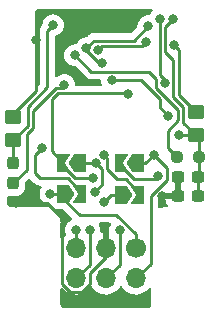
<source format=gbr>
%TF.GenerationSoftware,KiCad,Pcbnew,(6.0.0)*%
%TF.CreationDate,2022-06-09T20:52:26+02:00*%
%TF.ProjectId,TPS42-LCD-Shield,54505334-322d-44c4-9344-2d536869656c,rev?*%
%TF.SameCoordinates,Original*%
%TF.FileFunction,Copper,L1,Top*%
%TF.FilePolarity,Positive*%
%FSLAX46Y46*%
G04 Gerber Fmt 4.6, Leading zero omitted, Abs format (unit mm)*
G04 Created by KiCad (PCBNEW (6.0.0)) date 2022-06-09 20:52:26*
%MOMM*%
%LPD*%
G01*
G04 APERTURE LIST*
G04 Aperture macros list*
%AMRoundRect*
0 Rectangle with rounded corners*
0 $1 Rounding radius*
0 $2 $3 $4 $5 $6 $7 $8 $9 X,Y pos of 4 corners*
0 Add a 4 corners polygon primitive as box body*
4,1,4,$2,$3,$4,$5,$6,$7,$8,$9,$2,$3,0*
0 Add four circle primitives for the rounded corners*
1,1,$1+$1,$2,$3*
1,1,$1+$1,$4,$5*
1,1,$1+$1,$6,$7*
1,1,$1+$1,$8,$9*
0 Add four rect primitives between the rounded corners*
20,1,$1+$1,$2,$3,$4,$5,0*
20,1,$1+$1,$4,$5,$6,$7,0*
20,1,$1+$1,$6,$7,$8,$9,0*
20,1,$1+$1,$8,$9,$2,$3,0*%
%AMFreePoly0*
4,1,6,1.000000,0.000000,0.500000,-0.750000,-0.500000,-0.750000,-0.500000,0.750000,0.500000,0.750000,1.000000,0.000000,1.000000,0.000000,$1*%
%AMFreePoly1*
4,1,6,0.500000,-0.750000,-0.650000,-0.750000,-0.150000,0.000000,-0.650000,0.750000,0.500000,0.750000,0.500000,-0.750000,0.500000,-0.750000,$1*%
G04 Aperture macros list end*
%TA.AperFunction,SMDPad,CuDef*%
%ADD10FreePoly0,180.000000*%
%TD*%
%TA.AperFunction,SMDPad,CuDef*%
%ADD11FreePoly1,180.000000*%
%TD*%
%TA.AperFunction,SMDPad,CuDef*%
%ADD12RoundRect,0.237500X0.250000X0.237500X-0.250000X0.237500X-0.250000X-0.237500X0.250000X-0.237500X0*%
%TD*%
%TA.AperFunction,SMDPad,CuDef*%
%ADD13RoundRect,0.237500X0.300000X0.237500X-0.300000X0.237500X-0.300000X-0.237500X0.300000X-0.237500X0*%
%TD*%
%TA.AperFunction,SMDPad,CuDef*%
%ADD14RoundRect,0.237500X0.237500X-0.300000X0.237500X0.300000X-0.237500X0.300000X-0.237500X-0.300000X0*%
%TD*%
%TA.AperFunction,ComponentPad*%
%ADD15C,1.700000*%
%TD*%
%TA.AperFunction,ComponentPad*%
%ADD16O,1.700000X1.700000*%
%TD*%
%TA.AperFunction,SMDPad,CuDef*%
%ADD17FreePoly0,0.000000*%
%TD*%
%TA.AperFunction,SMDPad,CuDef*%
%ADD18FreePoly1,0.000000*%
%TD*%
%TA.AperFunction,SMDPad,CuDef*%
%ADD19RoundRect,0.250000X0.450000X-0.350000X0.450000X0.350000X-0.450000X0.350000X-0.450000X-0.350000X0*%
%TD*%
%TA.AperFunction,SMDPad,CuDef*%
%ADD20RoundRect,0.250000X-0.450000X0.350000X-0.450000X-0.350000X0.450000X-0.350000X0.450000X0.350000X0*%
%TD*%
%TA.AperFunction,ViaPad*%
%ADD21C,0.800000*%
%TD*%
%TA.AperFunction,Conductor*%
%ADD22C,0.250000*%
%TD*%
G04 APERTURE END LIST*
D10*
%TO.P,JP3,1,A*%
%TO.N,Net-(J8-Pad3)*%
X93608940Y-49040000D03*
D11*
%TO.P,JP3,2,B*%
%TO.N,/L_CLK*%
X92158940Y-49040000D03*
%TD*%
D12*
%TO.P,R1,1*%
%TO.N,+3V3*%
X103632500Y-48560000D03*
%TO.P,R1,2*%
%TO.N,/L_EXTMODE*%
X101807500Y-48560000D03*
%TD*%
D13*
%TO.P,C1,1*%
%TO.N,+3V3*%
X103592500Y-51840000D03*
%TO.P,C1,2*%
%TO.N,GND*%
X101867500Y-51840000D03*
%TD*%
D14*
%TO.P,C2,1*%
%TO.N,VDDA*%
X87940000Y-50772500D03*
%TO.P,C2,2*%
%TO.N,GNDA*%
X87940000Y-49047500D03*
%TD*%
D15*
%TO.P,J8,1,Pin_1*%
%TO.N,Net-(J8-Pad1)*%
X98315000Y-56285000D03*
D16*
%TO.P,J8,2,Pin_2*%
%TO.N,GND*%
X95775000Y-56285000D03*
%TO.P,J8,3,Pin_3*%
%TO.N,Net-(J8-Pad3)*%
X93235000Y-56285000D03*
%TO.P,J8,4,Pin_4*%
%TO.N,Net-(J8-Pad4)*%
X98315000Y-58825000D03*
%TO.P,J8,5,Pin_5*%
%TO.N,+3V3*%
X95775000Y-58825000D03*
%TO.P,J8,6,Pin_6*%
%TO.N,Net-(J8-Pad6)*%
X93235000Y-58825000D03*
%TD*%
D13*
%TO.P,C3,1*%
%TO.N,+3V3*%
X103592500Y-50200000D03*
%TO.P,C3,2*%
%TO.N,GND*%
X101867500Y-50200000D03*
%TD*%
D17*
%TO.P,JP4,1,A*%
%TO.N,Net-(J8-Pad1)*%
X92168940Y-51660000D03*
D18*
%TO.P,JP4,2,B*%
%TO.N,/L_DAT*%
X93618940Y-51660000D03*
%TD*%
D10*
%TO.P,JP2,1,A*%
%TO.N,Net-(J8-Pad4)*%
X98525000Y-49040000D03*
D11*
%TO.P,JP2,2,B*%
%TO.N,/L_EIN*%
X97075000Y-49040000D03*
%TD*%
D17*
%TO.P,JP1,1,A*%
%TO.N,Net-(J8-Pad6)*%
X97085000Y-51730000D03*
D18*
%TO.P,JP1,2,B*%
%TO.N,/L_CS*%
X98535000Y-51730000D03*
%TD*%
D19*
%TO.P,FB2,1*%
%TO.N,GNDA*%
X87940000Y-47120000D03*
%TO.P,FB2,2*%
%TO.N,GND*%
X87940000Y-45120000D03*
%TD*%
D20*
%TO.P,FB1,1*%
%TO.N,VDDA*%
X103400000Y-44710000D03*
%TO.P,FB1,2*%
%TO.N,+3V3*%
X103400000Y-46710000D03*
%TD*%
D21*
%TO.N,/L_DAT*%
X90334500Y-47810000D03*
%TO.N,/L_CS*%
X100350000Y-36870000D03*
X95663778Y-48350688D03*
X100765980Y-42269502D03*
%TO.N,/L_EIN*%
X101074500Y-45080000D03*
X96275500Y-42050000D03*
X100215500Y-50160000D03*
%TO.N,VDDA*%
X101534020Y-39091357D03*
X99180000Y-38780000D03*
X95130000Y-39490000D03*
X92260000Y-42435500D03*
%TO.N,+3V3*%
X101450000Y-36880000D03*
X96949511Y-54749511D03*
X94130000Y-39320000D03*
X95420000Y-40585500D03*
X101950000Y-46710000D03*
X99368201Y-37444496D03*
%TO.N,/L_EXTMODE*%
X93160000Y-39920000D03*
%TO.N,GND*%
X89880000Y-38660000D03*
X92250000Y-38510000D03*
X88180000Y-52470000D03*
X93780000Y-42100000D03*
X100560000Y-51870000D03*
%TO.N,GNDA*%
X91310000Y-37370000D03*
%TO.N,/L_CLK*%
X94723940Y-50340000D03*
X97679320Y-43181843D03*
%TO.N,Net-(J8-Pad1)*%
X91080000Y-51660000D03*
%TO.N,Net-(J8-Pad3)*%
X93240000Y-54720000D03*
X94940000Y-49040000D03*
X94841769Y-51461769D03*
%TO.N,Net-(J8-Pad4)*%
X99815500Y-48350000D03*
%TO.N,Net-(J8-Pad6)*%
X95595000Y-52375000D03*
X94400000Y-54750000D03*
%TD*%
D22*
%TO.N,VDDA*%
X101940011Y-41783202D02*
X101940011Y-43250011D01*
X101939520Y-41782710D02*
X101940011Y-41783202D01*
X101939520Y-39496857D02*
X101939520Y-41782710D01*
X101940011Y-43250011D02*
X103400000Y-44710000D01*
X101534020Y-39091357D02*
X101939520Y-39496857D01*
%TO.N,+3V3*%
X102350000Y-45660000D02*
X103400000Y-46710000D01*
X102350000Y-44300000D02*
X102350000Y-45660000D01*
X101490000Y-43440000D02*
X102350000Y-44300000D01*
X101490000Y-42570096D02*
X101490000Y-43440000D01*
X101490491Y-41969399D02*
X101490491Y-42569605D01*
X101490000Y-41968908D02*
X101490491Y-41969399D01*
X101490491Y-42569605D02*
X101490000Y-42570096D01*
X101490000Y-40364614D02*
X101490000Y-41968908D01*
X100809520Y-39684134D02*
X101490000Y-40364614D01*
X100809520Y-37520480D02*
X100809520Y-39684134D01*
X101450000Y-36880000D02*
X100809520Y-37520480D01*
%TO.N,/L_CS*%
X100360000Y-36880000D02*
X100350000Y-36870000D01*
X100360000Y-41604282D02*
X100360000Y-36880000D01*
X100765980Y-42010262D02*
X100360000Y-41604282D01*
X100765980Y-42269502D02*
X100765980Y-42010262D01*
%TO.N,GND*%
X87940000Y-44894282D02*
X87940000Y-45120000D01*
X89870000Y-42964282D02*
X87940000Y-44894282D01*
X89870000Y-38670000D02*
X89870000Y-42964282D01*
X89880000Y-38660000D02*
X89870000Y-38670000D01*
%TO.N,GNDA*%
X89150000Y-45910000D02*
X87940000Y-47120000D01*
X90830000Y-42640000D02*
X89150000Y-44320000D01*
X89150000Y-44320000D02*
X89150000Y-45910000D01*
X90830000Y-37850000D02*
X90830000Y-42640000D01*
X91310000Y-37370000D02*
X90830000Y-37850000D01*
%TO.N,VDDA*%
X89110000Y-46585718D02*
X89110000Y-49602500D01*
X89599520Y-46096198D02*
X89110000Y-46585718D01*
X89599520Y-44614762D02*
X89599520Y-46096198D01*
X91516198Y-42698084D02*
X89599520Y-44614762D01*
X89110000Y-49602500D02*
X87940000Y-50772500D01*
X91997416Y-42698084D02*
X91516198Y-42698084D01*
X92260000Y-42435500D02*
X91997416Y-42698084D01*
%TO.N,/L_CLK*%
X91190000Y-48071060D02*
X92158940Y-49040000D01*
X97657477Y-43160000D02*
X91690000Y-43160000D01*
X91690000Y-43160000D02*
X91190000Y-43660000D01*
X91190000Y-43660000D02*
X91190000Y-48071060D01*
X97679320Y-43181843D02*
X97657477Y-43160000D01*
%TO.N,/L_DAT*%
X89780000Y-49900000D02*
X90200000Y-50320000D01*
X92544282Y-50320000D02*
X93618940Y-51394658D01*
X90200000Y-50320000D02*
X92544282Y-50320000D01*
X90334500Y-47810000D02*
X89780000Y-48364500D01*
X89780000Y-48364500D02*
X89780000Y-49900000D01*
X93618940Y-51394658D02*
X93618940Y-51660000D01*
%TO.N,/L_CS*%
X98535000Y-51471060D02*
X97453940Y-50390000D01*
X95897971Y-49571911D02*
X95897971Y-48584881D01*
X95897971Y-48584881D02*
X95663778Y-48350688D01*
X96716060Y-50390000D02*
X95897971Y-49571911D01*
X97453940Y-50390000D02*
X96716060Y-50390000D01*
X98535000Y-51730000D02*
X98535000Y-51471060D01*
%TO.N,/L_EIN*%
X101074500Y-45080000D02*
X100340000Y-44345500D01*
X100340000Y-44345500D02*
X100340000Y-43625718D01*
X98140000Y-50370000D02*
X97075000Y-49305000D01*
X100215500Y-50160000D02*
X100005500Y-50370000D01*
X98764282Y-42050000D02*
X96275500Y-42050000D01*
X97075000Y-49305000D02*
X97075000Y-49040000D01*
X100340000Y-43625718D02*
X98764282Y-42050000D01*
X100005500Y-50370000D02*
X98140000Y-50370000D01*
%TO.N,VDDA*%
X95130000Y-39490000D02*
X95490480Y-39129520D01*
X95490480Y-39129520D02*
X98830480Y-39129520D01*
X98830480Y-39129520D02*
X99180000Y-38780000D01*
%TO.N,+3V3*%
X98132697Y-38680000D02*
X99368201Y-37444496D01*
X103632500Y-50160000D02*
X103592500Y-50200000D01*
X95420000Y-40585500D02*
X95200886Y-40585500D01*
X94130000Y-39514614D02*
X94130000Y-39320000D01*
X95775000Y-58825000D02*
X96949511Y-57650489D01*
X103632500Y-46942500D02*
X103400000Y-46710000D01*
X103592500Y-51840000D02*
X103592500Y-50200000D01*
X103400000Y-46710000D02*
X101950000Y-46710000D01*
X94130000Y-39320000D02*
X94770000Y-38680000D01*
X103632500Y-48560000D02*
X103632500Y-50160000D01*
X103632500Y-48560000D02*
X103632500Y-46942500D01*
X96949511Y-57650489D02*
X96949511Y-54749511D01*
X95200886Y-40585500D02*
X94130000Y-39514614D01*
X94770000Y-38680000D02*
X98132697Y-38680000D01*
%TO.N,/L_EXTMODE*%
X101900480Y-45409520D02*
X101000000Y-46310000D01*
X93160000Y-39920000D02*
X94550000Y-41310000D01*
X101900480Y-44550480D02*
X101900480Y-45409520D01*
X100041469Y-42691469D02*
X101900480Y-44550480D01*
X94550000Y-41310000D02*
X99430000Y-41310000D01*
X101000000Y-47752500D02*
X101807500Y-48560000D01*
X99430000Y-41310000D02*
X100041469Y-41921469D01*
X100041469Y-41921469D02*
X100041469Y-42691469D01*
X101000000Y-46310000D02*
X101000000Y-47752500D01*
%TO.N,GND*%
X94409511Y-58338501D02*
X95775000Y-56973012D01*
X101867500Y-51840000D02*
X101867500Y-50200000D01*
X92060489Y-59311499D02*
X92748501Y-59999511D01*
X88180000Y-52470000D02*
X90800000Y-52470000D01*
X92060489Y-53730489D02*
X92060489Y-59311499D01*
X100590000Y-51840000D02*
X101867500Y-51840000D01*
X95775000Y-56973012D02*
X95775000Y-56285000D01*
X100560000Y-51870000D02*
X100590000Y-51840000D01*
X92748501Y-59999511D02*
X93721499Y-59999511D01*
X90800000Y-52470000D02*
X92060489Y-53730489D01*
X93721499Y-59999511D02*
X94409511Y-59311499D01*
X94409511Y-59311499D02*
X94409511Y-58338501D01*
%TO.N,GNDA*%
X87940000Y-47120000D02*
X87940000Y-49047500D01*
%TO.N,/L_CLK*%
X94723940Y-50340000D02*
X93200000Y-50340000D01*
X92158940Y-49298940D02*
X92158940Y-49040000D01*
X93200000Y-50340000D02*
X92158940Y-49298940D01*
%TO.N,Net-(J8-Pad1)*%
X98315000Y-56285000D02*
X98315000Y-55090386D01*
X96676029Y-53451415D02*
X93551415Y-53451415D01*
X93551415Y-53451415D02*
X92168940Y-52068940D01*
X92168940Y-51660000D02*
X91080000Y-51660000D01*
X92168940Y-52068940D02*
X92168940Y-51660000D01*
X98315000Y-55090386D02*
X96676029Y-53451415D01*
%TO.N,Net-(J8-Pad3)*%
X95448451Y-49548451D02*
X94940000Y-49040000D01*
X93240000Y-54720000D02*
X93235000Y-54725000D01*
X95448451Y-50855087D02*
X95448451Y-49548451D01*
X93235000Y-54725000D02*
X93235000Y-56285000D01*
X94940000Y-49040000D02*
X93608940Y-49040000D01*
X94841769Y-51461769D02*
X95448451Y-50855087D01*
%TO.N,Net-(J8-Pad4)*%
X99125500Y-49040000D02*
X99815500Y-48350000D01*
X99560000Y-57580000D02*
X99560000Y-51840114D01*
X98525000Y-49040000D02*
X99125500Y-49040000D01*
X100940011Y-50460103D02*
X100940011Y-49474511D01*
X99560000Y-51840114D02*
X100940011Y-50460103D01*
X100940011Y-49474511D02*
X99815500Y-48350000D01*
X98315000Y-58825000D02*
X99560000Y-57580000D01*
%TO.N,Net-(J8-Pad6)*%
X94409511Y-57650489D02*
X93235000Y-58825000D01*
X96240000Y-51730000D02*
X95595000Y-52375000D01*
X97085000Y-51730000D02*
X96240000Y-51730000D01*
X94409511Y-54759511D02*
X94409511Y-57650489D01*
X94400000Y-54750000D02*
X94409511Y-54759511D01*
%TD*%
%TA.AperFunction,Conductor*%
%TO.N,GND*%
G36*
X97127026Y-59500144D02*
G01*
X97154875Y-59531994D01*
X97214987Y-59630088D01*
X97361250Y-59798938D01*
X97533126Y-59941632D01*
X97726000Y-60054338D01*
X97934692Y-60134030D01*
X97939760Y-60135061D01*
X97939763Y-60135062D01*
X98047017Y-60156883D01*
X98153597Y-60178567D01*
X98158772Y-60178757D01*
X98158774Y-60178757D01*
X98371673Y-60186564D01*
X98371677Y-60186564D01*
X98376837Y-60186753D01*
X98381957Y-60186097D01*
X98381959Y-60186097D01*
X98593288Y-60159025D01*
X98593289Y-60159025D01*
X98598416Y-60158368D01*
X98603366Y-60156883D01*
X98807429Y-60095661D01*
X98807434Y-60095659D01*
X98812384Y-60094174D01*
X99012994Y-59995896D01*
X99194860Y-59866173D01*
X99353096Y-59708489D01*
X99393677Y-59652014D01*
X99449672Y-59608366D01*
X99520375Y-59601920D01*
X99583339Y-59634722D01*
X99618574Y-59696359D01*
X99622000Y-59725540D01*
X99622000Y-61000671D01*
X99620500Y-61020055D01*
X99616814Y-61043729D01*
X99617978Y-61052629D01*
X99617868Y-61061605D01*
X99617050Y-61061595D01*
X99616759Y-61083086D01*
X99611809Y-61114340D01*
X99599627Y-61151833D01*
X99579111Y-61192098D01*
X99555939Y-61223990D01*
X99523990Y-61255939D01*
X99492098Y-61279111D01*
X99451833Y-61299627D01*
X99414341Y-61311809D01*
X99383941Y-61316624D01*
X99364232Y-61318054D01*
X99356269Y-61316814D01*
X99324748Y-61320936D01*
X99308410Y-61322000D01*
X92259329Y-61322000D01*
X92239944Y-61320500D01*
X92225142Y-61318195D01*
X92225140Y-61318195D01*
X92216271Y-61316814D01*
X92207371Y-61317978D01*
X92198395Y-61317868D01*
X92198405Y-61317050D01*
X92176914Y-61316759D01*
X92145660Y-61311809D01*
X92108167Y-61299627D01*
X92067902Y-61279111D01*
X92036010Y-61255939D01*
X92004061Y-61223990D01*
X91980889Y-61192098D01*
X91960373Y-61151833D01*
X91948191Y-61114341D01*
X91943376Y-61083941D01*
X91941946Y-61064232D01*
X91943186Y-61056269D01*
X91939064Y-61024747D01*
X91938000Y-61008410D01*
X91938000Y-59740581D01*
X91958002Y-59672460D01*
X92011658Y-59625967D01*
X92081932Y-59615863D01*
X92146512Y-59645357D01*
X92159237Y-59658083D01*
X92277865Y-59795031D01*
X92277869Y-59795035D01*
X92281250Y-59798938D01*
X92453126Y-59941632D01*
X92646000Y-60054338D01*
X92854692Y-60134030D01*
X92859760Y-60135061D01*
X92859763Y-60135062D01*
X92967017Y-60156883D01*
X93073597Y-60178567D01*
X93078772Y-60178757D01*
X93078774Y-60178757D01*
X93291673Y-60186564D01*
X93291677Y-60186564D01*
X93296837Y-60186753D01*
X93301957Y-60186097D01*
X93301959Y-60186097D01*
X93513288Y-60159025D01*
X93513289Y-60159025D01*
X93518416Y-60158368D01*
X93523366Y-60156883D01*
X93727429Y-60095661D01*
X93727434Y-60095659D01*
X93732384Y-60094174D01*
X93932994Y-59995896D01*
X94114860Y-59866173D01*
X94273096Y-59708489D01*
X94403453Y-59527077D01*
X94404776Y-59528028D01*
X94451645Y-59484857D01*
X94521580Y-59472625D01*
X94587026Y-59500144D01*
X94614875Y-59531994D01*
X94674987Y-59630088D01*
X94821250Y-59798938D01*
X94993126Y-59941632D01*
X95186000Y-60054338D01*
X95394692Y-60134030D01*
X95399760Y-60135061D01*
X95399763Y-60135062D01*
X95507017Y-60156883D01*
X95613597Y-60178567D01*
X95618772Y-60178757D01*
X95618774Y-60178757D01*
X95831673Y-60186564D01*
X95831677Y-60186564D01*
X95836837Y-60186753D01*
X95841957Y-60186097D01*
X95841959Y-60186097D01*
X96053288Y-60159025D01*
X96053289Y-60159025D01*
X96058416Y-60158368D01*
X96063366Y-60156883D01*
X96267429Y-60095661D01*
X96267434Y-60095659D01*
X96272384Y-60094174D01*
X96472994Y-59995896D01*
X96654860Y-59866173D01*
X96813096Y-59708489D01*
X96943453Y-59527077D01*
X96944776Y-59528028D01*
X96991645Y-59484857D01*
X97061580Y-59472625D01*
X97127026Y-59500144D01*
G37*
%TD.AperFunction*%
%TA.AperFunction,Conductor*%
G36*
X96134054Y-54104917D02*
G01*
X96180547Y-54158573D01*
X96190651Y-54228847D01*
X96175052Y-54273915D01*
X96128394Y-54354729D01*
X96114984Y-54377955D01*
X96055969Y-54559583D01*
X96036007Y-54749511D01*
X96036697Y-54756076D01*
X96048855Y-54871754D01*
X96043830Y-54922441D01*
X96029000Y-54969989D01*
X96029000Y-56413000D01*
X96008998Y-56481121D01*
X95955342Y-56527614D01*
X95903000Y-56539000D01*
X95647000Y-56539000D01*
X95578879Y-56518998D01*
X95532386Y-56465342D01*
X95521000Y-56413000D01*
X95521000Y-54968102D01*
X95517082Y-54954758D01*
X95502806Y-54952771D01*
X95464325Y-54958660D01*
X95460249Y-54959631D01*
X95389348Y-54955960D01*
X95331685Y-54914541D01*
X95305570Y-54848521D01*
X95305738Y-54823891D01*
X95312814Y-54756565D01*
X95313504Y-54750000D01*
X95296781Y-54590887D01*
X95294232Y-54566635D01*
X95294232Y-54566633D01*
X95293542Y-54560072D01*
X95234527Y-54378444D01*
X95230941Y-54372232D01*
X95174177Y-54273915D01*
X95157439Y-54204920D01*
X95180659Y-54137828D01*
X95236466Y-54093941D01*
X95283296Y-54084915D01*
X96065933Y-54084915D01*
X96134054Y-54104917D01*
G37*
%TD.AperFunction*%
%TA.AperFunction,Conductor*%
G36*
X91664477Y-52923087D02*
G01*
X91668940Y-52923729D01*
X92075634Y-52923729D01*
X92143755Y-52943731D01*
X92164730Y-52960634D01*
X92895602Y-53691507D01*
X92929627Y-53753819D01*
X92924562Y-53824635D01*
X92882015Y-53881470D01*
X92857755Y-53895709D01*
X92789278Y-53926197D01*
X92789276Y-53926198D01*
X92783248Y-53928882D01*
X92628747Y-54041134D01*
X92624326Y-54046044D01*
X92624325Y-54046045D01*
X92523005Y-54158573D01*
X92500960Y-54183056D01*
X92405473Y-54348444D01*
X92346458Y-54530072D01*
X92345768Y-54536633D01*
X92345768Y-54536635D01*
X92340066Y-54590887D01*
X92326496Y-54720000D01*
X92346458Y-54909928D01*
X92404551Y-55088717D01*
X92405473Y-55091556D01*
X92404954Y-55091725D01*
X92413805Y-55157752D01*
X92383697Y-55222049D01*
X92364917Y-55239392D01*
X92329965Y-55265635D01*
X92326393Y-55269373D01*
X92198057Y-55403669D01*
X92175629Y-55427138D01*
X92168088Y-55438193D01*
X92113178Y-55483195D01*
X92042654Y-55491368D01*
X91978906Y-55460114D01*
X91942176Y-55399357D01*
X91938000Y-55367189D01*
X91938000Y-54103206D01*
X91939746Y-54082302D01*
X91942264Y-54067334D01*
X91943071Y-54062538D01*
X91943224Y-54049999D01*
X91941805Y-54040091D01*
X91941038Y-54034733D01*
X91940154Y-54026758D01*
X91932756Y-53932763D01*
X91926076Y-53847889D01*
X91924922Y-53843082D01*
X91924921Y-53843076D01*
X91879903Y-53655567D01*
X91878748Y-53650755D01*
X91801165Y-53463452D01*
X91695236Y-53290592D01*
X91563570Y-53136430D01*
X91563592Y-53136411D01*
X91530277Y-53075400D01*
X91535342Y-53004585D01*
X91577889Y-52947749D01*
X91644409Y-52922938D01*
X91662390Y-52922938D01*
X91664477Y-52923087D01*
G37*
%TD.AperFunction*%
%TA.AperFunction,Conductor*%
G36*
X102063621Y-49966002D02*
G01*
X102110114Y-50019658D01*
X102121500Y-50072000D01*
X102121500Y-51968000D01*
X102101498Y-52036121D01*
X102047842Y-52082614D01*
X101995500Y-52094000D01*
X100840115Y-52094000D01*
X100824876Y-52098475D01*
X100823671Y-52099865D01*
X100822000Y-52107548D01*
X100822000Y-52123766D01*
X100822337Y-52130282D01*
X100832075Y-52224132D01*
X100834968Y-52237528D01*
X100885488Y-52388953D01*
X100891653Y-52402115D01*
X100975427Y-52537492D01*
X100988598Y-52554111D01*
X101015235Y-52619922D01*
X101002064Y-52689686D01*
X100953266Y-52741254D01*
X100907715Y-52757102D01*
X100894735Y-52758961D01*
X100886758Y-52759846D01*
X100868755Y-52761263D01*
X100707889Y-52773924D01*
X100703082Y-52775078D01*
X100703076Y-52775079D01*
X100580217Y-52804575D01*
X100510755Y-52821252D01*
X100506184Y-52823145D01*
X100506182Y-52823146D01*
X100466822Y-52839449D01*
X100367716Y-52880500D01*
X100297128Y-52888089D01*
X100233641Y-52856310D01*
X100197414Y-52795252D01*
X100193500Y-52764091D01*
X100193500Y-52154708D01*
X100213502Y-52086587D01*
X100230405Y-52065613D01*
X100683796Y-51612222D01*
X100746108Y-51578196D01*
X100799674Y-51578196D01*
X100835548Y-51586000D01*
X101595385Y-51586000D01*
X101610624Y-51581525D01*
X101611829Y-51580135D01*
X101613500Y-51572452D01*
X101613500Y-50072000D01*
X101633502Y-50003879D01*
X101687158Y-49957386D01*
X101739500Y-49946000D01*
X101995500Y-49946000D01*
X102063621Y-49966002D01*
G37*
%TD.AperFunction*%
%TA.AperFunction,Conductor*%
G36*
X89340282Y-50372288D02*
G01*
X89385345Y-50401249D01*
X89696343Y-50712247D01*
X89703887Y-50720537D01*
X89708000Y-50727018D01*
X89713777Y-50732443D01*
X89757667Y-50773658D01*
X89760509Y-50776413D01*
X89780231Y-50796135D01*
X89783373Y-50798572D01*
X89783433Y-50798619D01*
X89792445Y-50806317D01*
X89812567Y-50825212D01*
X89824679Y-50836586D01*
X89831622Y-50840403D01*
X89842431Y-50846345D01*
X89858953Y-50857198D01*
X89874959Y-50869614D01*
X89882237Y-50872764D01*
X89882238Y-50872764D01*
X89915537Y-50887174D01*
X89926187Y-50892391D01*
X89964940Y-50913695D01*
X89972615Y-50915666D01*
X89972616Y-50915666D01*
X89984562Y-50918733D01*
X90003267Y-50925137D01*
X90021855Y-50933181D01*
X90029678Y-50934420D01*
X90029688Y-50934423D01*
X90065524Y-50940099D01*
X90077144Y-50942505D01*
X90112289Y-50951528D01*
X90119970Y-50953500D01*
X90140224Y-50953500D01*
X90159934Y-50955051D01*
X90179943Y-50958220D01*
X90207879Y-50955579D01*
X90277579Y-50969081D01*
X90328916Y-51018123D01*
X90345589Y-51087134D01*
X90328856Y-51144020D01*
X90278445Y-51231335D01*
X90245473Y-51288444D01*
X90186458Y-51470072D01*
X90185768Y-51476633D01*
X90185768Y-51476635D01*
X90175094Y-51578196D01*
X90166496Y-51660000D01*
X90167186Y-51666565D01*
X90182336Y-51810705D01*
X90186458Y-51849928D01*
X90245473Y-52031556D01*
X90340960Y-52196944D01*
X90468747Y-52338866D01*
X90623248Y-52451118D01*
X90629276Y-52453802D01*
X90629278Y-52453803D01*
X90784938Y-52523107D01*
X90839034Y-52569087D01*
X90859683Y-52637014D01*
X90840331Y-52705323D01*
X90787120Y-52752324D01*
X90723802Y-52763825D01*
X90691253Y-52761263D01*
X90680234Y-52759906D01*
X90667331Y-52757735D01*
X90667330Y-52757735D01*
X90662540Y-52756929D01*
X90656301Y-52756853D01*
X90654860Y-52756835D01*
X90654856Y-52756835D01*
X90650001Y-52756776D01*
X90628146Y-52759906D01*
X90622413Y-52760727D01*
X90604550Y-52762000D01*
X87759329Y-52762000D01*
X87739944Y-52760500D01*
X87725142Y-52758195D01*
X87725140Y-52758195D01*
X87716271Y-52756814D01*
X87707371Y-52757978D01*
X87698395Y-52757868D01*
X87698405Y-52757050D01*
X87676914Y-52756759D01*
X87645660Y-52751809D01*
X87608167Y-52739627D01*
X87567902Y-52719111D01*
X87536010Y-52695939D01*
X87504061Y-52663990D01*
X87480889Y-52632098D01*
X87460373Y-52591833D01*
X87448191Y-52554341D01*
X87443376Y-52523941D01*
X87441946Y-52504232D01*
X87443186Y-52496269D01*
X87439064Y-52464747D01*
X87438000Y-52448410D01*
X87438000Y-51936049D01*
X87458002Y-51867928D01*
X87511658Y-51821435D01*
X87576841Y-51810705D01*
X87649726Y-51818172D01*
X87649727Y-51818172D01*
X87652928Y-51818500D01*
X88227072Y-51818500D01*
X88230318Y-51818163D01*
X88230322Y-51818163D01*
X88324235Y-51808419D01*
X88324239Y-51808418D01*
X88331093Y-51807707D01*
X88337629Y-51805526D01*
X88337631Y-51805526D01*
X88489159Y-51754972D01*
X88496107Y-51752654D01*
X88644031Y-51661116D01*
X88719016Y-51586000D01*
X88761758Y-51543184D01*
X88761762Y-51543179D01*
X88766929Y-51538003D01*
X88804757Y-51476635D01*
X88854369Y-51396150D01*
X88854370Y-51396148D01*
X88858209Y-51389920D01*
X88912974Y-51224809D01*
X88923500Y-51122072D01*
X88923500Y-50737094D01*
X88943502Y-50668973D01*
X88960405Y-50647999D01*
X89207155Y-50401249D01*
X89269467Y-50367223D01*
X89340282Y-50372288D01*
G37*
%TD.AperFunction*%
%TA.AperFunction,Conductor*%
G36*
X99688763Y-36028002D02*
G01*
X99735256Y-36081658D01*
X99745360Y-36151932D01*
X99714279Y-36218308D01*
X99610960Y-36333056D01*
X99607661Y-36338769D01*
X99607658Y-36338774D01*
X99530165Y-36472996D01*
X99478782Y-36521989D01*
X99421046Y-36535996D01*
X99272714Y-36535996D01*
X99266262Y-36537368D01*
X99266257Y-36537368D01*
X99179313Y-36555849D01*
X99085913Y-36575702D01*
X99079883Y-36578387D01*
X99079882Y-36578387D01*
X98917479Y-36650693D01*
X98917477Y-36650694D01*
X98911449Y-36653378D01*
X98756948Y-36765630D01*
X98752527Y-36770540D01*
X98752526Y-36770541D01*
X98700657Y-36828148D01*
X98629161Y-36907552D01*
X98533674Y-37072940D01*
X98474659Y-37254568D01*
X98458420Y-37409079D01*
X98457294Y-37419788D01*
X98430281Y-37485445D01*
X98421079Y-37495714D01*
X97907196Y-38009596D01*
X97844884Y-38043621D01*
X97818101Y-38046500D01*
X94848768Y-38046500D01*
X94837585Y-38045973D01*
X94830092Y-38044298D01*
X94822166Y-38044547D01*
X94822165Y-38044547D01*
X94762002Y-38046438D01*
X94758044Y-38046500D01*
X94730144Y-38046500D01*
X94726154Y-38047004D01*
X94714320Y-38047936D01*
X94670111Y-38049326D01*
X94662495Y-38051539D01*
X94662493Y-38051539D01*
X94650652Y-38054979D01*
X94631293Y-38058988D01*
X94629983Y-38059154D01*
X94611203Y-38061526D01*
X94603837Y-38064442D01*
X94603831Y-38064444D01*
X94570098Y-38077800D01*
X94558868Y-38081645D01*
X94524017Y-38091770D01*
X94516407Y-38093981D01*
X94509584Y-38098016D01*
X94498966Y-38104295D01*
X94481213Y-38112992D01*
X94473568Y-38116019D01*
X94462383Y-38120448D01*
X94455968Y-38125109D01*
X94426612Y-38146437D01*
X94416695Y-38152951D01*
X94378638Y-38175458D01*
X94364317Y-38189779D01*
X94349284Y-38202619D01*
X94332893Y-38214528D01*
X94311684Y-38240166D01*
X94304708Y-38248598D01*
X94296718Y-38257378D01*
X94179501Y-38374595D01*
X94117189Y-38408621D01*
X94090406Y-38411500D01*
X94034513Y-38411500D01*
X94028061Y-38412872D01*
X94028056Y-38412872D01*
X93941113Y-38431353D01*
X93847712Y-38451206D01*
X93841682Y-38453891D01*
X93841681Y-38453891D01*
X93679278Y-38526197D01*
X93679276Y-38526198D01*
X93673248Y-38528882D01*
X93518747Y-38641134D01*
X93390960Y-38783056D01*
X93295473Y-38948444D01*
X93292824Y-38946915D01*
X93255350Y-38990914D01*
X93186329Y-39011500D01*
X93064513Y-39011500D01*
X93058061Y-39012872D01*
X93058056Y-39012872D01*
X92971112Y-39031353D01*
X92877712Y-39051206D01*
X92871682Y-39053891D01*
X92871681Y-39053891D01*
X92709278Y-39126197D01*
X92709276Y-39126198D01*
X92703248Y-39128882D01*
X92548747Y-39241134D01*
X92420960Y-39383056D01*
X92325473Y-39548444D01*
X92266458Y-39730072D01*
X92265768Y-39736633D01*
X92265768Y-39736635D01*
X92260754Y-39784338D01*
X92246496Y-39920000D01*
X92247186Y-39926565D01*
X92260609Y-40054274D01*
X92266458Y-40109928D01*
X92325473Y-40291556D01*
X92420960Y-40456944D01*
X92548747Y-40598866D01*
X92703248Y-40711118D01*
X92709276Y-40713802D01*
X92709278Y-40713803D01*
X92714898Y-40716305D01*
X92877712Y-40788794D01*
X92971113Y-40808647D01*
X93058056Y-40827128D01*
X93058061Y-40827128D01*
X93064513Y-40828500D01*
X93120405Y-40828500D01*
X93188526Y-40848502D01*
X93209501Y-40865405D01*
X94046353Y-41702258D01*
X94053887Y-41710537D01*
X94058000Y-41717018D01*
X94100187Y-41756634D01*
X94107651Y-41763643D01*
X94110493Y-41766398D01*
X94130230Y-41786135D01*
X94133427Y-41788615D01*
X94142447Y-41796318D01*
X94174679Y-41826586D01*
X94181625Y-41830405D01*
X94181628Y-41830407D01*
X94192434Y-41836348D01*
X94208953Y-41847199D01*
X94224959Y-41859614D01*
X94232228Y-41862759D01*
X94232232Y-41862762D01*
X94265537Y-41877174D01*
X94276187Y-41882391D01*
X94314940Y-41903695D01*
X94322615Y-41905666D01*
X94322616Y-41905666D01*
X94334562Y-41908733D01*
X94353267Y-41915137D01*
X94371855Y-41923181D01*
X94379678Y-41924420D01*
X94379688Y-41924423D01*
X94415524Y-41930099D01*
X94427144Y-41932505D01*
X94462289Y-41941528D01*
X94469970Y-41943500D01*
X94490224Y-41943500D01*
X94509934Y-41945051D01*
X94529943Y-41948220D01*
X94537835Y-41947474D01*
X94573961Y-41944059D01*
X94585819Y-41943500D01*
X95237351Y-41943500D01*
X95305472Y-41963502D01*
X95351965Y-42017158D01*
X95362661Y-42056329D01*
X95363462Y-42063944D01*
X95381958Y-42239928D01*
X95383998Y-42246206D01*
X95421480Y-42361564D01*
X95423508Y-42432531D01*
X95386845Y-42493329D01*
X95323133Y-42524655D01*
X95301647Y-42526500D01*
X93296520Y-42526500D01*
X93228399Y-42506498D01*
X93181906Y-42452842D01*
X93171210Y-42413671D01*
X93154232Y-42252135D01*
X93154232Y-42252133D01*
X93153542Y-42245572D01*
X93094527Y-42063944D01*
X93090131Y-42056329D01*
X93036537Y-41963502D01*
X92999040Y-41898556D01*
X92984490Y-41882396D01*
X92875675Y-41761545D01*
X92875674Y-41761544D01*
X92871253Y-41756634D01*
X92716752Y-41644382D01*
X92710724Y-41641698D01*
X92710722Y-41641697D01*
X92548319Y-41569391D01*
X92548318Y-41569391D01*
X92542288Y-41566706D01*
X92448888Y-41546853D01*
X92361944Y-41528372D01*
X92361939Y-41528372D01*
X92355487Y-41527000D01*
X92164513Y-41527000D01*
X92158061Y-41528372D01*
X92158056Y-41528372D01*
X92071112Y-41546853D01*
X91977712Y-41566706D01*
X91971682Y-41569391D01*
X91971681Y-41569391D01*
X91809278Y-41641697D01*
X91809276Y-41641698D01*
X91803248Y-41644382D01*
X91797907Y-41648262D01*
X91797906Y-41648263D01*
X91663561Y-41745871D01*
X91596693Y-41769729D01*
X91527542Y-41753649D01*
X91478062Y-41702735D01*
X91463500Y-41643935D01*
X91463500Y-38368202D01*
X91483502Y-38300081D01*
X91537158Y-38253588D01*
X91563303Y-38244955D01*
X91592288Y-38238794D01*
X91649897Y-38213145D01*
X91760722Y-38163803D01*
X91760724Y-38163802D01*
X91766752Y-38161118D01*
X91782157Y-38149926D01*
X91862201Y-38091770D01*
X91921253Y-38048866D01*
X92049040Y-37906944D01*
X92112278Y-37797413D01*
X92141223Y-37747279D01*
X92141224Y-37747278D01*
X92144527Y-37741556D01*
X92203542Y-37559928D01*
X92207218Y-37524959D01*
X92222814Y-37376565D01*
X92223504Y-37370000D01*
X92203542Y-37180072D01*
X92144527Y-36998444D01*
X92049040Y-36833056D01*
X91988330Y-36765630D01*
X91925675Y-36696045D01*
X91925674Y-36696044D01*
X91921253Y-36691134D01*
X91766752Y-36578882D01*
X91760724Y-36576198D01*
X91760722Y-36576197D01*
X91598319Y-36503891D01*
X91598318Y-36503891D01*
X91592288Y-36501206D01*
X91498887Y-36481353D01*
X91411944Y-36462872D01*
X91411939Y-36462872D01*
X91405487Y-36461500D01*
X91214513Y-36461500D01*
X91208061Y-36462872D01*
X91208056Y-36462872D01*
X91121113Y-36481353D01*
X91027712Y-36501206D01*
X91021682Y-36503891D01*
X91021681Y-36503891D01*
X90859278Y-36576197D01*
X90859276Y-36576198D01*
X90853248Y-36578882D01*
X90698747Y-36691134D01*
X90694326Y-36696044D01*
X90694325Y-36696045D01*
X90631671Y-36765630D01*
X90570960Y-36833056D01*
X90475473Y-36998444D01*
X90416458Y-37180072D01*
X90415768Y-37186633D01*
X90415768Y-37186635D01*
X90399093Y-37345292D01*
X90372080Y-37410949D01*
X90362878Y-37421217D01*
X90353865Y-37430230D01*
X90351385Y-37433427D01*
X90343682Y-37442447D01*
X90313414Y-37474679D01*
X90309595Y-37481625D01*
X90309593Y-37481628D01*
X90303652Y-37492434D01*
X90292801Y-37508953D01*
X90280386Y-37524959D01*
X90277241Y-37532228D01*
X90277238Y-37532232D01*
X90262826Y-37565537D01*
X90257609Y-37576187D01*
X90236305Y-37614940D01*
X90234334Y-37622615D01*
X90234334Y-37622616D01*
X90231267Y-37634562D01*
X90224863Y-37653266D01*
X90216819Y-37671855D01*
X90215580Y-37679678D01*
X90215577Y-37679688D01*
X90209901Y-37715524D01*
X90207495Y-37727144D01*
X90196500Y-37769970D01*
X90196500Y-37790224D01*
X90194949Y-37809934D01*
X90191780Y-37829943D01*
X90192526Y-37837835D01*
X90195941Y-37873961D01*
X90196500Y-37885819D01*
X90196500Y-42325405D01*
X90176498Y-42393526D01*
X90159595Y-42414500D01*
X90003095Y-42571000D01*
X89940783Y-42605026D01*
X89869968Y-42599961D01*
X89813132Y-42557414D01*
X89788321Y-42490894D01*
X89788000Y-42481905D01*
X89788000Y-36329329D01*
X89789500Y-36309944D01*
X89791805Y-36295142D01*
X89791805Y-36295140D01*
X89793186Y-36286271D01*
X89792022Y-36277371D01*
X89792132Y-36268395D01*
X89792950Y-36268405D01*
X89793241Y-36246914D01*
X89798191Y-36215660D01*
X89810373Y-36178167D01*
X89830889Y-36137902D01*
X89854061Y-36106010D01*
X89886010Y-36074061D01*
X89917902Y-36050889D01*
X89958167Y-36030373D01*
X89995659Y-36018191D01*
X90026059Y-36013376D01*
X90045768Y-36011946D01*
X90053731Y-36013186D01*
X90085253Y-36009064D01*
X90101590Y-36008000D01*
X99620642Y-36008000D01*
X99688763Y-36028002D01*
G37*
%TD.AperFunction*%
%TD*%
M02*

</source>
